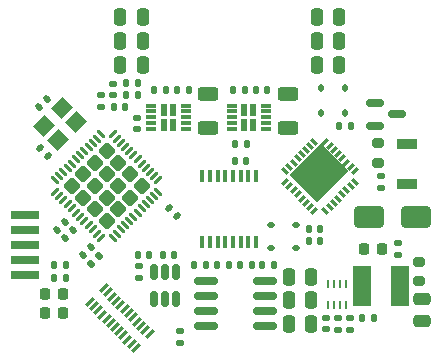
<source format=gbr>
%TF.GenerationSoftware,KiCad,Pcbnew,7.0.10*%
%TF.CreationDate,2024-01-29T20:12:07-05:00*%
%TF.ProjectId,lemon-pepper,6c656d6f-6e2d-4706-9570-7065722e6b69,rev?*%
%TF.SameCoordinates,PX8b85c60PY52f2218*%
%TF.FileFunction,Paste,Top*%
%TF.FilePolarity,Positive*%
%FSLAX46Y46*%
G04 Gerber Fmt 4.6, Leading zero omitted, Abs format (unit mm)*
G04 Created by KiCad (PCBNEW 7.0.10) date 2024-01-29 20:12:07*
%MOMM*%
%LPD*%
G01*
G04 APERTURE LIST*
G04 Aperture macros list*
%AMRoundRect*
0 Rectangle with rounded corners*
0 $1 Rounding radius*
0 $2 $3 $4 $5 $6 $7 $8 $9 X,Y pos of 4 corners*
0 Add a 4 corners polygon primitive as box body*
4,1,4,$2,$3,$4,$5,$6,$7,$8,$9,$2,$3,0*
0 Add four circle primitives for the rounded corners*
1,1,$1+$1,$2,$3*
1,1,$1+$1,$4,$5*
1,1,$1+$1,$6,$7*
1,1,$1+$1,$8,$9*
0 Add four rect primitives between the rounded corners*
20,1,$1+$1,$2,$3,$4,$5,0*
20,1,$1+$1,$4,$5,$6,$7,0*
20,1,$1+$1,$6,$7,$8,$9,0*
20,1,$1+$1,$8,$9,$2,$3,0*%
%AMRotRect*
0 Rectangle, with rotation*
0 The origin of the aperture is its center*
0 $1 length*
0 $2 width*
0 $3 Rotation angle, in degrees counterclockwise*
0 Add horizontal line*
21,1,$1,$2,0,0,$3*%
G04 Aperture macros list end*
%ADD10RoundRect,0.250000X-0.250000X-0.475000X0.250000X-0.475000X0.250000X0.475000X-0.250000X0.475000X0*%
%ADD11RoundRect,0.150000X-0.587500X-0.150000X0.587500X-0.150000X0.587500X0.150000X-0.587500X0.150000X0*%
%ADD12RoundRect,0.135000X0.135000X0.185000X-0.135000X0.185000X-0.135000X-0.185000X0.135000X-0.185000X0*%
%ADD13RoundRect,0.112500X-0.112500X0.187500X-0.112500X-0.187500X0.112500X-0.187500X0.112500X0.187500X0*%
%ADD14RoundRect,0.150000X-0.825000X-0.150000X0.825000X-0.150000X0.825000X0.150000X-0.825000X0.150000X0*%
%ADD15RoundRect,0.135000X0.185000X-0.135000X0.185000X0.135000X-0.185000X0.135000X-0.185000X-0.135000X0*%
%ADD16R,1.700000X0.900000*%
%ADD17RoundRect,0.135000X-0.035355X0.226274X-0.226274X0.035355X0.035355X-0.226274X0.226274X-0.035355X0*%
%ADD18RoundRect,0.140000X-0.219203X-0.021213X-0.021213X-0.219203X0.219203X0.021213X0.021213X0.219203X0*%
%ADD19R,2.400000X0.740000*%
%ADD20RoundRect,0.250000X-1.000000X-0.650000X1.000000X-0.650000X1.000000X0.650000X-1.000000X0.650000X0*%
%ADD21RoundRect,0.250000X0.250000X0.475000X-0.250000X0.475000X-0.250000X-0.475000X0.250000X-0.475000X0*%
%ADD22RoundRect,0.218750X-0.218750X-0.256250X0.218750X-0.256250X0.218750X0.256250X-0.218750X0.256250X0*%
%ADD23R,1.600000X3.500000*%
%ADD24RoundRect,0.140000X-0.021213X0.219203X-0.219203X0.021213X0.021213X-0.219203X0.219203X-0.021213X0*%
%ADD25RoundRect,0.140000X-0.170000X0.140000X-0.170000X-0.140000X0.170000X-0.140000X0.170000X0.140000X0*%
%ADD26RoundRect,0.140000X0.170000X-0.140000X0.170000X0.140000X-0.170000X0.140000X-0.170000X-0.140000X0*%
%ADD27RoundRect,0.150000X-0.150000X0.512500X-0.150000X-0.512500X0.150000X-0.512500X0.150000X0.512500X0*%
%ADD28R,0.600000X1.050000*%
%ADD29R,0.850000X0.300000*%
%ADD30RoundRect,0.140000X-0.140000X-0.170000X0.140000X-0.170000X0.140000X0.170000X-0.140000X0.170000X0*%
%ADD31RoundRect,0.140000X0.140000X0.170000X-0.140000X0.170000X-0.140000X-0.170000X0.140000X-0.170000X0*%
%ADD32RoundRect,0.135000X-0.135000X-0.185000X0.135000X-0.185000X0.135000X0.185000X-0.135000X0.185000X0*%
%ADD33RoundRect,0.250000X-0.475000X0.250000X-0.475000X-0.250000X0.475000X-0.250000X0.475000X0.250000X0*%
%ADD34RotRect,0.300000X0.855000X315.000000*%
%ADD35RoundRect,0.250000X0.625000X-0.312500X0.625000X0.312500X-0.625000X0.312500X-0.625000X-0.312500X0*%
%ADD36RoundRect,0.135000X-0.185000X0.135000X-0.185000X-0.135000X0.185000X-0.135000X0.185000X0.135000X0*%
%ADD37RotRect,0.660000X0.280000X225.000000*%
%ADD38RotRect,0.280000X0.660000X225.000000*%
%ADD39RotRect,3.830000X3.280000X225.000000*%
%ADD40R,0.250000X0.800000*%
%ADD41RoundRect,0.250000X-0.445477X0.000000X0.000000X-0.445477X0.445477X0.000000X0.000000X0.445477X0*%
%ADD42RoundRect,0.062500X-0.309359X0.220971X0.220971X-0.309359X0.309359X-0.220971X-0.220971X0.309359X0*%
%ADD43RoundRect,0.062500X-0.309359X-0.220971X-0.220971X-0.309359X0.309359X0.220971X0.220971X0.309359X0*%
%ADD44RoundRect,0.200000X-0.275000X0.200000X-0.275000X-0.200000X0.275000X-0.200000X0.275000X0.200000X0*%
%ADD45RotRect,1.400000X1.200000X225.000000*%
%ADD46RoundRect,0.112500X-0.187500X-0.112500X0.187500X-0.112500X0.187500X0.112500X-0.187500X0.112500X0*%
%ADD47R,0.450000X1.050000*%
%ADD48RoundRect,0.112500X0.187500X0.112500X-0.187500X0.112500X-0.187500X-0.112500X0.187500X-0.112500X0*%
%ADD49RoundRect,0.200000X0.275000X-0.200000X0.275000X0.200000X-0.275000X0.200000X-0.275000X-0.200000X0*%
%ADD50RoundRect,0.140000X0.219203X0.021213X0.021213X0.219203X-0.219203X-0.021213X-0.021213X-0.219203X0*%
G04 APERTURE END LIST*
D10*
%TO.C,C103*%
X-9225000Y12175000D03*
X-7325000Y12175000D03*
%TD*%
D11*
%TO.C,Q501*%
X12337500Y8950000D03*
X12337500Y7050000D03*
X14212500Y8000000D03*
%TD*%
D12*
%TO.C,R704*%
X1366250Y10025000D03*
X346250Y10025000D03*
%TD*%
D13*
%TO.C,D502*%
X9825000Y10200000D03*
X9825000Y8100000D03*
%TD*%
D14*
%TO.C,U302*%
X-1925000Y-6140000D03*
X-1925000Y-7410000D03*
X-1925000Y-8680000D03*
X-1925000Y-9950000D03*
X3025000Y-9950000D03*
X3025000Y-8680000D03*
X3025000Y-7410000D03*
X3025000Y-6140000D03*
%TD*%
D13*
%TO.C,D501*%
X7800000Y10200000D03*
X7800000Y8100000D03*
%TD*%
D15*
%TO.C,R101*%
X-4175000Y-11385000D03*
X-4175000Y-10365000D03*
%TD*%
D12*
%TO.C,R103*%
X1910000Y-4775000D03*
X890000Y-4775000D03*
%TD*%
D16*
%TO.C,SW301*%
X15100000Y5525000D03*
X15100000Y2125000D03*
%TD*%
D17*
%TO.C,R302*%
X-10989376Y-3964376D03*
X-11710624Y-4685624D03*
%TD*%
D18*
%TO.C,C304*%
X-5064411Y89411D03*
X-4385589Y-589411D03*
%TD*%
D19*
%TO.C,J302*%
X-17300000Y-485000D03*
X-17300000Y-1755000D03*
X-17300000Y-3025000D03*
X-17300000Y-4295000D03*
X-17300000Y-5565000D03*
%TD*%
D20*
%TO.C,D101*%
X11825000Y-675000D03*
X15825000Y-675000D03*
%TD*%
D21*
%TO.C,C106*%
X6975000Y-5725000D03*
X5075000Y-5725000D03*
%TD*%
D22*
%TO.C,D301*%
X-15612500Y-7175000D03*
X-14037500Y-7175000D03*
%TD*%
D23*
%TO.C,L501*%
X11250000Y-6525000D03*
X14450000Y-6525000D03*
%TD*%
D24*
%TO.C,C305*%
X-15385589Y9264411D03*
X-16064411Y8585589D03*
%TD*%
D25*
%TO.C,C701*%
X-7780000Y7725000D03*
X-7780000Y6765000D03*
%TD*%
D26*
%TO.C,C308*%
X-9855200Y9629200D03*
X-9855200Y10589200D03*
%TD*%
D24*
%TO.C,C307*%
X-13185589Y-1760589D03*
X-13864411Y-2439411D03*
%TD*%
D12*
%TO.C,R702*%
X-5308750Y10025000D03*
X-6328750Y10025000D03*
%TD*%
D27*
%TO.C,U201*%
X-4450000Y-5362500D03*
X-5400000Y-5362500D03*
X-6350000Y-5362500D03*
X-6350000Y-7637500D03*
X-5400000Y-7637500D03*
X-4450000Y-7637500D03*
%TD*%
D28*
%TO.C,U703*%
X2057500Y7130000D03*
X2057500Y8370000D03*
X1282500Y7130000D03*
X1282500Y8370000D03*
D29*
X3120000Y6750000D03*
X3120000Y7250000D03*
X3120000Y7750000D03*
X3120000Y8250000D03*
X3120000Y8750000D03*
X220000Y8750000D03*
X220000Y8250000D03*
X220000Y7750000D03*
X220000Y7250000D03*
X220000Y6750000D03*
%TD*%
D24*
%TO.C,C302*%
X-11685589Y-3260589D03*
X-12364411Y-3939411D03*
%TD*%
D30*
%TO.C,C602*%
X6745000Y-2700000D03*
X7705000Y-2700000D03*
%TD*%
D31*
%TO.C,C401*%
X1430000Y4050000D03*
X470000Y4050000D03*
%TD*%
D22*
%TO.C,D302*%
X-15612500Y-8800000D03*
X-14037500Y-8800000D03*
%TD*%
D15*
%TO.C,R102*%
X-7650000Y-5885000D03*
X-7650000Y-4865000D03*
%TD*%
D32*
%TO.C,R105*%
X-2960000Y-4775000D03*
X-1940000Y-4775000D03*
%TD*%
D33*
%TO.C,C503*%
X16325000Y-7600000D03*
X16325000Y-9500000D03*
%TD*%
D12*
%TO.C,R501*%
X12260000Y-9250000D03*
X11240000Y-9250000D03*
%TD*%
%TO.C,R301*%
X-13765000Y-5825000D03*
X-14785000Y-5825000D03*
%TD*%
D31*
%TO.C,C201*%
X-6745000Y-3900000D03*
X-7705000Y-3900000D03*
%TD*%
D21*
%TO.C,C102*%
X-7325000Y14225000D03*
X-9225000Y14225000D03*
%TD*%
D10*
%TO.C,C101*%
X-9225000Y16250000D03*
X-7325000Y16250000D03*
%TD*%
D34*
%TO.C,J201*%
X-10609059Y-6719972D03*
X-10255506Y-7073525D03*
X-9901953Y-7427079D03*
X-9548399Y-7780632D03*
X-9194846Y-8134185D03*
X-8841292Y-8487739D03*
X-8487739Y-8841292D03*
X-8134186Y-9194846D03*
X-7780632Y-9548399D03*
X-7427079Y-9901952D03*
X-7074232Y-10256213D03*
X-6720679Y-10609766D03*
X-7890234Y-11779321D03*
X-8243787Y-11425768D03*
X-8597340Y-11072214D03*
X-8950894Y-10718661D03*
X-9304447Y-10365107D03*
X-9658001Y-10011554D03*
X-10011554Y-9658001D03*
X-10365107Y-9304447D03*
X-10718661Y-8950894D03*
X-11072921Y-8598047D03*
X-11425768Y-8243787D03*
X-11780028Y-7890941D03*
%TD*%
D30*
%TO.C,C703*%
X536000Y5461000D03*
X1496000Y5461000D03*
%TD*%
D35*
%TO.C,R703*%
X5020000Y6812500D03*
X5020000Y9737500D03*
%TD*%
D30*
%TO.C,C202*%
X-5580000Y-3900000D03*
X-4620000Y-3900000D03*
%TD*%
D24*
%TO.C,C301*%
X-13860589Y-1085589D03*
X-14539411Y-1764411D03*
%TD*%
D36*
%TO.C,R502*%
X10275000Y-9215000D03*
X10275000Y-10235000D03*
%TD*%
D37*
%TO.C,U601*%
X10641564Y3216690D03*
X10288011Y3570244D03*
X9934457Y3923797D03*
X9580904Y4277351D03*
X9227351Y4630904D03*
X8873797Y4984457D03*
X8520244Y5338011D03*
X8166690Y5691564D03*
D38*
X7233310Y5691564D03*
X6879756Y5338011D03*
X6526203Y4984457D03*
X6172649Y4630904D03*
X5819096Y4277351D03*
X5465543Y3923797D03*
X5111989Y3570244D03*
X4758436Y3216690D03*
D37*
X4758436Y2283310D03*
X5111989Y1929756D03*
X5465543Y1576203D03*
X5819096Y1222649D03*
X6172649Y869096D03*
X6526203Y515543D03*
X6879756Y161989D03*
X7233310Y-191564D03*
D38*
X8166690Y-191564D03*
X8520244Y161989D03*
X8873797Y515543D03*
X9227351Y869096D03*
X9580904Y1222649D03*
X9934457Y1576203D03*
X10288011Y1929756D03*
X10641564Y2283310D03*
D39*
X7639896Y3043449D03*
%TD*%
D30*
%TO.C,C601*%
X6745000Y-1700000D03*
X7705000Y-1700000D03*
%TD*%
D40*
%TO.C,U501*%
X8375000Y-8155000D03*
X8875000Y-8155000D03*
X9375000Y-8155000D03*
X9875000Y-8155000D03*
X9875000Y-6395000D03*
X9375000Y-6395000D03*
X8875000Y-6395000D03*
X8375000Y-6395000D03*
%TD*%
D41*
%TO.C,U301*%
X-10349651Y4904899D03*
X-11339600Y3914950D03*
X-12329550Y2925000D03*
X-13319499Y1935051D03*
X-9359702Y3914950D03*
X-10349651Y2925000D03*
X-11339600Y1935051D03*
X-12329550Y945102D03*
X-8369752Y2925000D03*
X-9359702Y1935051D03*
X-10349651Y945102D03*
X-11339600Y-44848D03*
X-7379803Y1935051D03*
X-8369752Y945102D03*
X-9359702Y-44848D03*
X-10349651Y-1034797D03*
D42*
X-10835787Y6310274D03*
X-11189340Y5956721D03*
X-11542894Y5603167D03*
X-11896447Y5249614D03*
X-12250000Y4896061D03*
X-12603554Y4542507D03*
X-12957107Y4188954D03*
X-13310661Y3835400D03*
X-13664214Y3481847D03*
X-14017767Y3128294D03*
X-14371321Y2774740D03*
X-14724874Y2421187D03*
D43*
X-14724874Y1448915D03*
X-14371321Y1095362D03*
X-14017767Y741808D03*
X-13664214Y388255D03*
X-13310661Y34702D03*
X-12957107Y-318852D03*
X-12603554Y-672405D03*
X-12250000Y-1025959D03*
X-11896447Y-1379512D03*
X-11542894Y-1733065D03*
X-11189340Y-2086619D03*
X-10835787Y-2440172D03*
D42*
X-9863515Y-2440172D03*
X-9509962Y-2086619D03*
X-9156408Y-1733065D03*
X-8802855Y-1379512D03*
X-8449302Y-1025959D03*
X-8095748Y-672405D03*
X-7742195Y-318852D03*
X-7388641Y34702D03*
X-7035088Y388255D03*
X-6681535Y741808D03*
X-6327981Y1095362D03*
X-5974428Y1448915D03*
D43*
X-5974428Y2421187D03*
X-6327981Y2774740D03*
X-6681535Y3128294D03*
X-7035088Y3481847D03*
X-7388641Y3835400D03*
X-7742195Y4188954D03*
X-8095748Y4542507D03*
X-8449302Y4896061D03*
X-8802855Y5249614D03*
X-9156408Y5603167D03*
X-9509962Y5956721D03*
X-9863515Y6310274D03*
%TD*%
D12*
%TO.C,R303*%
X-7740000Y10650000D03*
X-8760000Y10650000D03*
%TD*%
D36*
%TO.C,R503*%
X9250000Y-9215000D03*
X9250000Y-10235000D03*
%TD*%
D30*
%TO.C,C704*%
X2276250Y10025000D03*
X3236250Y10025000D03*
%TD*%
D10*
%TO.C,C104*%
X7425000Y16250000D03*
X9325000Y16250000D03*
%TD*%
D21*
%TO.C,C105*%
X9325000Y12175000D03*
X7425000Y12175000D03*
%TD*%
D44*
%TO.C,R506*%
X16075000Y-4475000D03*
X16075000Y-6125000D03*
%TD*%
D32*
%TO.C,R505*%
X9340000Y7000000D03*
X10360000Y7000000D03*
%TD*%
D30*
%TO.C,C303*%
X-9755000Y8650000D03*
X-8795000Y8650000D03*
%TD*%
D45*
%TO.C,Y301*%
X-14148223Y8553858D03*
X-15703858Y6998223D03*
X-14501777Y5796142D03*
X-12946142Y7351777D03*
%TD*%
D36*
%TO.C,R305*%
X12875000Y2785000D03*
X12875000Y1765000D03*
%TD*%
D46*
%TO.C,D602*%
X3575000Y-3350000D03*
X5675000Y-3350000D03*
%TD*%
D12*
%TO.C,R304*%
X-7740000Y9650000D03*
X-8760000Y9650000D03*
%TD*%
D47*
%TO.C,U401*%
X-2275000Y-2775000D03*
X-1625000Y-2775000D03*
X-975000Y-2775000D03*
X-325000Y-2775000D03*
X325000Y-2775000D03*
X975000Y-2775000D03*
X1625000Y-2775000D03*
X2275000Y-2775000D03*
X2275000Y2775000D03*
X1625000Y2775000D03*
X975000Y2775000D03*
X325000Y2775000D03*
X-325000Y2775000D03*
X-975000Y2775000D03*
X-1625000Y2775000D03*
X-2275000Y2775000D03*
%TD*%
D12*
%TO.C,R401*%
X-13765000Y-4725000D03*
X-14785000Y-4725000D03*
%TD*%
D15*
%TO.C,R601*%
X14325000Y-3910000D03*
X14325000Y-2890000D03*
%TD*%
D35*
%TO.C,R701*%
X-1793750Y6812500D03*
X-1793750Y9737500D03*
%TD*%
D21*
%TO.C,C108*%
X6975000Y-7750000D03*
X5075000Y-7750000D03*
%TD*%
D25*
%TO.C,C502*%
X8250000Y-9220000D03*
X8250000Y-10180000D03*
%TD*%
D48*
%TO.C,D603*%
X5675000Y-1375000D03*
X3575000Y-1375000D03*
%TD*%
D21*
%TO.C,C501*%
X6975000Y-9775000D03*
X5075000Y-9775000D03*
%TD*%
D32*
%TO.C,JP101*%
X-1035000Y-4775000D03*
X-15000Y-4775000D03*
%TD*%
D15*
%TO.C,R306*%
X-10820400Y8615000D03*
X-10820400Y9635000D03*
%TD*%
D30*
%TO.C,C702*%
X-4373750Y10025000D03*
X-3413750Y10025000D03*
%TD*%
D22*
%TO.C,D601*%
X11412500Y-3375000D03*
X12987500Y-3375000D03*
%TD*%
D32*
%TO.C,R104*%
X2815000Y-4775000D03*
X3835000Y-4775000D03*
%TD*%
D49*
%TO.C,R504*%
X12625000Y3925000D03*
X12625000Y5575000D03*
%TD*%
D50*
%TO.C,C306*%
X-15335589Y4460589D03*
X-16014411Y5139411D03*
%TD*%
D21*
%TO.C,C107*%
X9325000Y14225000D03*
X7425000Y14225000D03*
%TD*%
D28*
%TO.C,U701*%
X-4731250Y7130000D03*
X-4731250Y8370000D03*
X-5506250Y7130000D03*
X-5506250Y8370000D03*
D29*
X-3668750Y6750000D03*
X-3668750Y7250000D03*
X-3668750Y7750000D03*
X-3668750Y8250000D03*
X-3668750Y8750000D03*
X-6568750Y8750000D03*
X-6568750Y8250000D03*
X-6568750Y7750000D03*
X-6568750Y7250000D03*
X-6568750Y6750000D03*
%TD*%
M02*

</source>
